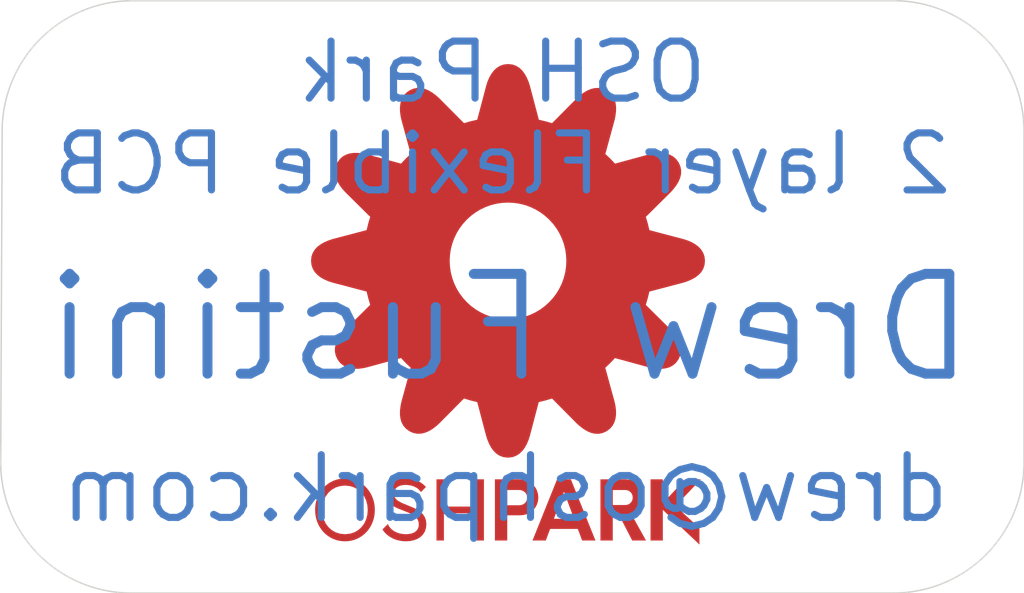
<source format=kicad_pcb>
(kicad_pcb (version 20190331) (host pcbnew "(5.1.0-373-ge808c7f95)")

  (general
    (thickness 1.6)
    (drawings 14)
    (tracks 0)
    (modules 2)
    (nets 1)
  )

  (page "A4")
  (layers
    (0 "F.Cu" signal)
    (31 "B.Cu" signal)
    (32 "B.Adhes" user)
    (33 "F.Adhes" user)
    (34 "B.Paste" user)
    (35 "F.Paste" user)
    (36 "B.SilkS" user)
    (37 "F.SilkS" user)
    (38 "B.Mask" user)
    (39 "F.Mask" user)
    (40 "Dwgs.User" user)
    (41 "Cmts.User" user)
    (42 "Eco1.User" user)
    (43 "Eco2.User" user)
    (44 "Edge.Cuts" user)
    (45 "Margin" user)
    (46 "B.CrtYd" user)
    (47 "F.CrtYd" user)
    (48 "B.Fab" user)
    (49 "F.Fab" user)
  )

  (setup
    (last_trace_width 0.25)
    (trace_clearance 0.2)
    (zone_clearance 0.508)
    (zone_45_only no)
    (trace_min 0.2)
    (via_size 0.8)
    (via_drill 0.4)
    (via_min_size 0.4)
    (via_min_drill 0.3)
    (uvia_size 0.3)
    (uvia_drill 0.1)
    (uvias_allowed no)
    (uvia_min_size 0.2)
    (uvia_min_drill 0.1)
    (edge_width 0.05)
    (segment_width 0.2)
    (pcb_text_width 0.3)
    (pcb_text_size 1.5 1.5)
    (mod_edge_width 0.12)
    (mod_text_size 1 1)
    (mod_text_width 0.15)
    (pad_size 1.524 1.524)
    (pad_drill 0.762)
    (pad_to_mask_clearance 0.051)
    (solder_mask_min_width 0.25)
    (aux_axis_origin 0 0)
    (visible_elements FFFFFF7F)
    (pcbplotparams
      (layerselection 0x010fc_ffffffff)
      (usegerberextensions false)
      (usegerberattributes false)
      (usegerberadvancedattributes false)
      (creategerberjobfile false)
      (excludeedgelayer true)
      (linewidth 0.100000)
      (plotframeref false)
      (viasonmask false)
      (mode 1)
      (useauxorigin false)
      (hpglpennumber 1)
      (hpglpenspeed 20)
      (hpglpendiameter 15.000000)
      (psnegative false)
      (psa4output false)
      (plotreference true)
      (plotvalue true)
      (plotinvisibletext false)
      (padsonsilk false)
      (subtractmaskfromsilk false)
      (outputformat 1)
      (mirror false)
      (drillshape 1)
      (scaleselection 1)
      (outputdirectory ""))
  )

  (net 0 "")

  (net_class "Default" "This is the default net class."
    (clearance 0.2)
    (trace_width 0.25)
    (via_dia 0.8)
    (via_drill 0.4)
    (uvia_dia 0.3)
    (uvia_drill 0.1)
  )

  (module "oshpark:OSH_small" (layer "F.Cu") (tedit 5D3E8195) (tstamp 5D3E8100)
    (at 144.4752 72.39)
    (descr "Imported from OSHPARK.svg")
    (tags "svg2mod")
    (attr smd)
    (fp_text reference "OSH_small" (at 0 -11.457835) (layer "F.SilkS") hide
      (effects (font (size 1.524 1.524) (thickness 0.3048)))
    )
    (fp_text value "G***" (at 0 11.457835) (layer "F.SilkS") hide
      (effects (font (size 1.524 1.524) (thickness 0.3048)))
    )
    (fp_poly (pts (xy 0.00118 -8.409695) (xy 0.00043 -3.623025) (xy 0.21316 -3.612325) (xy 0.41974 -3.580825)
      (xy 0.61914 -3.529525) (xy 0.81031 -3.459525) (xy 0.99219 -3.371925) (xy 1.16375 -3.267695)
      (xy 1.32394 -3.147905) (xy 1.4717 -3.013605) (xy 1.606 -2.865845) (xy 1.72579 -2.705655)
      (xy 1.83001 -2.534105) (xy 1.91761 -2.352215) (xy 1.98761 -2.161055) (xy 2.03891 -1.961655)
      (xy 2.07041 -1.755065) (xy 2.08111 -1.542335) (xy 2.07041 -1.329495) (xy 2.03891 -1.122805)
      (xy 1.98771 -0.923315) (xy 1.91781 -0.732055) (xy 1.83021 -0.550075) (xy 1.726 -0.378435)
      (xy 1.60622 -0.218175) (xy 1.47192 -0.070335) (xy 1.32415 0.064025) (xy 1.16396 0.183875)
      (xy 0.99238 0.288155) (xy 0.81047 0.375855) (xy 0.61928 0.445855) (xy 0.41984 0.497155)
      (xy 0.21321 0.528655) (xy 0.00043 0.539455) (xy -0.21235 0.528655) (xy -0.41897 0.497155)
      (xy -0.6184 0.445855) (xy -0.80958 0.375855) (xy -0.99147 0.288155) (xy -1.16302 0.183875)
      (xy -1.3232 0.064025) (xy -1.47095 -0.070335) (xy -1.60524 -0.218175) (xy -1.72501 -0.378435)
      (xy -1.82922 -0.550075) (xy -1.91682 -0.732055) (xy -1.98682 -0.923315) (xy -2.03812 -1.122805)
      (xy -2.06962 -1.329495) (xy -2.08032 -1.542335) (xy -2.06962 -1.755065) (xy -2.03812 -1.961655)
      (xy -1.98682 -2.161055) (xy -1.91682 -2.352215) (xy -1.82922 -2.534105) (xy -1.72501 -2.705655)
      (xy -1.60524 -2.865845) (xy -1.47095 -3.013605) (xy -1.3232 -3.147905) (xy -1.16302 -3.267695)
      (xy -0.99147 -3.371925) (xy -0.80958 -3.459525) (xy -0.6184 -3.529525) (xy -0.41897 -3.580825)
      (xy -0.21235 -3.612325) (xy 0.00043 -3.623025) (xy 0.00118 -8.409695) (xy -0.14129 -8.393995)
      (xy -0.2674 -8.349495) (xy -0.378 -8.279795) (xy -0.4739 -8.188495) (xy -0.556 -8.079355)
      (xy -0.6251 -7.956025) (xy -0.6821 -7.822195) (xy -0.7278 -7.681515) (xy -1.04856 -6.462625)
      (xy -1.30304 -6.403425) (xy -1.55293 -6.331225) (xy -2.43795 -7.223815) (xy -2.5541 -7.325575)
      (xy -2.67331 -7.414275) (xy -2.79523 -7.486675) (xy -2.91953 -7.539575) (xy -3.04586 -7.569675)
      (xy -3.17388 -7.573675) (xy -3.30323 -7.548275) (xy -3.43358 -7.490275) (xy -3.54913 -7.405275)
      (xy -3.63603 -7.303485) (xy -3.69693 -7.187695) (xy -3.73433 -7.060655) (xy -3.75073 -6.925095)
      (xy -3.74873 -6.783755) (xy -3.73103 -6.639375) (xy -3.70003 -6.494705) (xy -3.36893 -5.282225)
      (xy -3.55878 -5.102185) (xy -3.73879 -4.912505) (xy -4.95156 -5.242875) (xy -5.10317 -5.273475)
      (xy -5.25088 -5.290975) (xy -5.39277 -5.292975) (xy -5.5269 -5.276575) (xy -5.65135 -5.239375)
      (xy -5.76419 -5.178675) (xy -5.86349 -5.091975) (xy -5.94729 -4.976645) (xy -6.00489 -4.845335)
      (xy -6.02929 -4.713775) (xy -6.02429 -4.583095) (xy -5.99309 -4.454385) (xy -5.93949 -4.328745)
      (xy -5.86709 -4.207285) (xy -5.77959 -4.091105) (xy -5.68049 -3.981305) (xy -4.78848 -3.096875)
      (xy -4.86248 -2.846755) (xy -4.92388 -2.591195) (xy -6.13913 -2.271315) (xy -6.28557 -2.221815)
      (xy -6.42211 -2.163015) (xy -6.54579 -2.093715) (xy -6.65364 -2.012515) (xy -6.74264 -1.918115)
      (xy -6.80994 -1.809295) (xy -6.85244 -1.684715) (xy -6.86724 -1.543065) (xy -6.85154 -1.400675)
      (xy -6.80704 -1.274595) (xy -6.73724 -1.163985) (xy -6.64594 -1.068085) (xy -6.5368 -0.985985)
      (xy -6.41347 -0.916885) (xy -6.27964 -0.859985) (xy -6.13897 -0.814385) (xy -4.92372 -0.494365)
      (xy -4.86232 -0.239235) (xy -4.78842 0.010885) (xy -5.68043 0.895605) (xy -5.78261 1.011585)
      (xy -5.87161 1.130695) (xy -5.94411 1.252585) (xy -5.99701 1.376885) (xy -6.02701 1.503265)
      (xy -6.03101 1.631355) (xy -6.00551 1.760795) (xy -5.94741 1.891235) (xy -5.86251 2.006695)
      (xy -5.76079 2.093495) (xy -5.64502 2.154295) (xy -5.51794 2.191595) (xy -5.38232 2.207995)
      (xy -5.24091 2.205995) (xy -5.09648 2.188395) (xy -4.95178 2.157595) (xy -3.73916 1.826495)
      (xy -3.55915 2.015885) (xy -3.36929 2.196065) (xy -3.70039 3.409125) (xy -3.73109 3.560565)
      (xy -3.74869 3.708175) (xy -3.75069 3.850005) (xy -3.73429 3.984105) (xy -3.69709 4.108515)
      (xy -3.63639 4.221295) (xy -3.54959 4.320495) (xy -3.43416 4.404195) (xy -3.30285 4.461895)
      (xy -3.17132 4.486395) (xy -3.04066 4.481395) (xy -2.91197 4.450195) (xy -2.78636 4.396595)
      (xy -2.66492 4.324295) (xy -2.54876 4.236795) (xy -2.43897 4.137795) (xy -1.55409 3.245195)
      (xy -1.30401 3.319295) (xy -1.0487 3.380995) (xy -0.72882 4.596245) (xy -0.67942 4.742405)
      (xy -0.62072 4.878745) (xy -0.55142 5.002265) (xy -0.47012 5.110005) (xy -0.37562 5.199005)
      (xy -0.26663 5.266305) (xy -0.14183 5.308805) (xy 0.0001 5.323605) (xy 0.1423 5.307905)
      (xy 0.26821 5.263405) (xy 0.37868 5.193705) (xy 0.47448 5.102505) (xy 0.55658 4.993495)
      (xy 0.62568 4.870315) (xy 0.68268 4.736655) (xy 0.72838 4.596185) (xy 1.04825 3.380645)
      (xy 1.30343 3.319445) (xy 1.55379 3.245445) (xy 2.43852 4.137905) (xy 2.55442 4.240085)
      (xy 2.67348 4.329085) (xy 2.79535 4.401685) (xy 2.91965 4.454585) (xy 3.04602 4.484585)
      (xy 3.17409 4.488585) (xy 3.30349 4.462985) (xy 3.43386 4.404785) (xy 3.5493 4.319985)
      (xy 3.6361 4.218365) (xy 3.6969 4.102685) (xy 3.7342 3.975695) (xy 3.7507 3.840155)
      (xy 3.7487 3.698805) (xy 3.7312 3.554415) (xy 3.7006 3.409725) (xy 3.36921 2.196675)
      (xy 3.55866 2.016495) (xy 3.73849 1.827095) (xy 4.95155 2.158195) (xy 5.10316 2.188595)
      (xy 5.25086 2.205995) (xy 5.39274 2.207995) (xy 5.52685 2.191495) (xy 5.65126 2.154195)
      (xy 5.76405 2.093495) (xy 5.86325 2.006695) (xy 5.94695 1.891265) (xy 6.00455 1.759975)
      (xy 6.02895 1.628485) (xy 6.02395 1.497875) (xy 5.99275 1.369255) (xy 5.93915 1.243685)
      (xy 5.86685 1.122265) (xy 5.77935 1.006085) (xy 5.68035 0.896225) (xy 4.78804 0.011495)
      (xy 4.86214 -0.238625) (xy 4.92344 -0.493755) (xy 6.13868 -0.813785) (xy 6.28522 -0.863185)
      (xy 6.42183 -0.921885) (xy 6.54556 -0.991285) (xy 6.65344 -1.072585) (xy 6.74254 -1.167085)
      (xy 6.80984 -1.276075) (xy 6.85244 -1.400845) (xy 6.86724 -1.542705) (xy 6.85194 -1.684715)
      (xy 6.80764 -1.810495) (xy 6.73804 -1.920855) (xy 6.64694 -2.016655) (xy 6.53789 -2.098655)
      (xy 6.41461 -2.167755) (xy 6.2808 -2.224755) (xy 6.14013 -2.270455) (xy 4.92488 -2.590335)
      (xy 4.86358 -2.845855) (xy 4.78948 -3.095735) (xy 5.68179 -3.980895) (xy 5.78395 -4.096695)
      (xy 5.87285 -4.215675) (xy 5.94535 -4.337485) (xy 5.99815 -4.461745) (xy 6.02805 -4.588095)
      (xy 6.03205 -4.716185) (xy 6.00655 -4.845635) (xy 5.94845 -4.976085) (xy 5.86365 -5.091375)
      (xy 5.76206 -5.178075) (xy 5.64641 -5.238875) (xy 5.51943 -5.276175) (xy 5.38387 -5.292675)
      (xy 5.24246 -5.290675) (xy 5.09796 -5.273075) (xy 4.9531 -5.242275) (xy 3.74019 -4.911755)
      (xy 3.5604 -5.101105) (xy 3.3712 -5.281035) (xy 3.70215 -6.493945) (xy 3.73265 -6.645465)
      (xy 3.75005 -6.793085) (xy 3.75205 -6.934915) (xy 3.73565 -7.069005) (xy 3.69835 -7.193445)
      (xy 3.63755 -7.306295) (xy 3.55075 -7.405695) (xy 3.43522 -7.489595) (xy 3.30408 -7.547095)
      (xy 3.17265 -7.571395) (xy 3.04204 -7.566395) (xy 2.91335 -7.535095) (xy 2.78769 -7.481395)
      (xy 2.66618 -7.408995) (xy 2.54992 -7.321595) (xy 2.44003 -7.222795) (xy 1.55545 -6.330485)
      (xy 1.30598 -6.402785) (xy 1.05107 -6.462485) (xy 0.73018 -7.681375) (xy 0.68058 -7.827915)
      (xy 0.62168 -7.964525) (xy 0.55228 -8.088255) (xy 0.47098 -8.196135) (xy 0.37658 -8.285235)
      (xy 0.2677 -8.352535) (xy 0.14304 -8.395035) (xy 0.0013 -8.409835) (xy 0.00118 -8.409695)) (layer "F.Cu") (width 0.073847))
    (fp_poly (pts (xy -5.71389 8.295375) (xy -5.71389 8.046425) (xy -5.88469 8.029425) (xy -6.03947 7.980425)
      (xy -6.17614 7.902625) (xy -6.29262 7.799265) (xy -6.38682 7.673515) (xy -6.45672 7.528545)
      (xy -6.50022 7.367545) (xy -6.51512 7.193705) (xy -6.50022 7.019865) (xy -6.45672 6.858865)
      (xy -6.38682 6.713895) (xy -6.29262 6.588145) (xy -6.17614 6.484785) (xy -6.03947 6.406985)
      (xy -5.88469 6.357985) (xy -5.71389 6.340985) (xy -5.54238 6.357985) (xy -5.38754 6.406985)
      (xy -5.25128 6.484785) (xy -5.13551 6.588145) (xy -5.04211 6.713895) (xy -4.97301 6.858865)
      (xy -4.93021 7.019865) (xy -4.91551 7.193705) (xy -4.93021 7.367545) (xy -4.97301 7.528545)
      (xy -5.04211 7.673515) (xy -5.13551 7.799265) (xy -5.25128 7.902625) (xy -5.38754 7.980425)
      (xy -5.54238 8.029425) (xy -5.71389 8.046425) (xy -5.71389 8.295375) (xy -5.60215 8.289375)
      (xy -5.49471 8.272675) (xy -5.39197 8.245575) (xy -5.29437 8.208575) (xy -5.20217 8.162275)
      (xy -5.11587 8.107175) (xy -5.03597 8.043775) (xy -4.96277 7.972775) (xy -4.89667 7.894575)
      (xy -4.83807 7.809775) (xy -4.78737 7.718975) (xy -4.74497 7.622675) (xy -4.71127 7.521405)
      (xy -4.68667 7.415745) (xy -4.67167 7.306225) (xy -4.66667 7.193415) (xy -4.67167 7.080595)
      (xy -4.68667 6.971085) (xy -4.71127 6.865415) (xy -4.74497 6.764145) (xy -4.78737 6.667845)
      (xy -4.83807 6.577045) (xy -4.89667 6.492245) (xy -4.96277 6.414045) (xy -5.03597 6.342945)
      (xy -5.11587 6.279545) (xy -5.20217 6.224445) (xy -5.29437 6.178145) (xy -5.39197 6.141145)
      (xy -5.49471 6.114045) (xy -5.60215 6.097345) (xy -5.71389 6.091345) (xy -5.82609 6.097345)
      (xy -5.93388 6.114045) (xy -6.03687 6.141145) (xy -6.13467 6.178145) (xy -6.22687 6.224445)
      (xy -6.31307 6.279545) (xy -6.39297 6.342945) (xy -6.46607 6.414045) (xy -6.53207 6.492245)
      (xy -6.59047 6.577045) (xy -6.64097 6.667845) (xy -6.68317 6.764145) (xy -6.71667 6.865415)
      (xy -6.74107 6.971085) (xy -6.75597 7.080595) (xy -6.76097 7.193415) (xy -6.75597 7.306225)
      (xy -6.74107 7.415745) (xy -6.71667 7.521405) (xy -6.68317 7.622675) (xy -6.64097 7.718975)
      (xy -6.59047 7.809775) (xy -6.53207 7.894575) (xy -6.46607 7.972775) (xy -6.39297 8.043775)
      (xy -6.31307 8.107175) (xy -6.22687 8.162275) (xy -6.13467 8.208575) (xy -6.03687 8.245575)
      (xy -5.93388 8.272675) (xy -5.82609 8.289375) (xy -5.71389 8.295375)) (layer "F.Cu") (width 0))
    (fp_poly (pts (xy -3.5907 8.295375) (xy -3.44187 8.286375) (xy -3.30406 8.258975) (xy -3.18001 8.212975)
      (xy -3.07241 8.147975) (xy -2.98401 8.063675) (xy -2.91751 7.959725) (xy -2.87561 7.835805)
      (xy -2.86101 7.691555) (xy -2.87691 7.552235) (xy -2.92141 7.434915) (xy -2.98981 7.336615)
      (xy -3.07751 7.254415) (xy -3.17982 7.185415) (xy -3.29208 7.126615) (xy -3.52784 7.027715)
      (xy -3.70664 6.955515) (xy -3.85727 6.872815) (xy -3.91627 6.823915) (xy -3.96127 6.768115)
      (xy -3.98997 6.703915) (xy -4.00007 6.629915) (xy -3.99207 6.554915) (xy -3.96807 6.490615)
      (xy -3.93017 6.436915) (xy -3.88027 6.393515) (xy -3.82017 6.360115) (xy -3.75177 6.336615)
      (xy -3.67677 6.322615) (xy -3.59697 6.317615) (xy -3.50107 6.322615) (xy -3.41297 6.336315)
      (xy -3.33277 6.358215) (xy -3.26037 6.387715) (xy -3.19597 6.424015) (xy -3.13947 6.466415)
      (xy -3.05047 6.566885) (xy -2.87592 6.389475) (xy -2.93462 6.327375) (xy -3.00322 6.270575)
      (xy -3.08132 6.219875) (xy -3.16862 6.176275) (xy -3.26472 6.140775) (xy -3.36936 6.114275)
      (xy -3.48217 6.097675) (xy -3.60284 6.091675) (xy -3.73476 6.100675) (xy -3.85823 6.127675)
      (xy -3.97043 6.172275) (xy -4.06853 6.234275) (xy -4.14973 6.313275) (xy -4.21123 6.408975)
      (xy -4.25023 6.521165) (xy -4.26383 6.649475) (xy -4.24983 6.769025) (xy -4.21043 6.869725)
      (xy -4.14943 6.954225) (xy -4.07063 7.025125) (xy -3.97793 7.085025) (xy -3.87509 7.136525)
      (xy -3.6543 7.224725) (xy -3.4565 7.304325) (xy -3.3666 7.348925) (xy -3.2866 7.399625)
      (xy -3.2195 7.458525) (xy -3.1682 7.527725) (xy -3.1357 7.609325) (xy -3.1249 7.705425)
      (xy -3.1349 7.789025) (xy -3.1618 7.860025) (xy -3.2038 7.918825) (xy -3.2593 7.965825)
      (xy -3.3266 8.001625) (xy -3.404 8.026625) (xy -3.4899 8.041225) (xy -3.5826 8.046225)
      (xy -3.69075 8.039225) (xy -3.79323 8.020125) (xy -3.88863 7.989225) (xy -3.97563 7.947425)
      (xy -4.05283 7.895625) (xy -4.11893 7.834625) (xy -4.17243 7.765125) (xy -4.21203 7.688125)
      (xy -4.40088 7.879845) (xy -4.33778 7.967545) (xy -4.26108 8.047345) (xy -4.17208 8.118045)
      (xy -4.07218 8.178545) (xy -3.96276 8.227645) (xy -3.84518 8.264145) (xy -3.72084 8.286945)
      (xy -3.59109 8.294945) (xy -3.5907 8.295375)) (layer "F.Cu") (width 0))
    (fp_poly (pts (xy -1.10433 6.120635) (xy -1.10433 7.076375) (xy -2.24607 7.076375) (xy -2.24607 6.120635)
      (xy -2.50646 6.120635) (xy -2.50646 8.266755) (xy -2.24607 8.266755) (xy -2.24607 7.311015)
      (xy -1.10433 7.311015) (xy -1.10433 8.266755) (xy -0.84394 8.266755) (xy -0.84394 6.120635)
      (xy -1.10433 6.120635)) (layer "F.Cu") (width 0))
    (fp_poly (pts (xy 0.42791 6.120635) (xy -0.02711 6.495535) (xy 0.38781 6.495535) (xy 0.44521 6.500535)
      (xy 0.49851 6.515035) (xy 0.54661 6.538335) (xy 0.58851 6.569635) (xy 0.62301 6.608335)
      (xy 0.64901 6.653735) (xy 0.66541 6.705135) (xy 0.67141 6.761735) (xy 0.66541 6.820135)
      (xy 0.64901 6.872535) (xy 0.62301 6.918535) (xy 0.58851 6.957435) (xy 0.54661 6.988635)
      (xy 0.49851 7.011635) (xy 0.44521 7.025835) (xy 0.38781 7.030835) (xy 0.38781 7.030635)
      (xy -0.02711 7.030635) (xy -0.02711 6.495535) (xy 0.42791 6.120635) (xy -0.45915 6.120635)
      (xy -0.45915 8.266755) (xy -0.02707 8.266755) (xy -0.02707 7.382555) (xy 0.42791 7.382555)
      (xy 0.5579 7.370355) (xy 0.67807 7.335055) (xy 0.78609 7.278855) (xy 0.87969 7.203855)
      (xy 0.95649 7.112155) (xy 1.01419 7.006005) (xy 1.05049 6.887525) (xy 1.06309 6.758845)
      (xy 1.05049 6.630375) (xy 1.01419 6.510655) (xy 0.95649 6.402275) (xy 0.87969 6.307775)
      (xy 0.78609 6.229775) (xy 0.67807 6.170875) (xy 0.5579 6.133675) (xy 0.42791 6.120675)
      (xy 0.42791 6.120635)) (layer "F.Cu") (width 0))
    (fp_poly (pts (xy 2.59844 8.266755) (xy 1.96319 6.558445) (xy 2.31515 7.505595) (xy 1.60836 7.505595)
      (xy 1.96319 6.558445) (xy 2.59844 8.266755) (xy 3.06487 8.266755) (xy 2.20355 6.120635)
      (xy 1.71996 6.120635) (xy 0.85865 8.266755) (xy 1.32508 8.266755) (xy 1.47674 7.860425)
      (xy 2.44678 7.860425) (xy 2.59844 8.266755)) (layer "F.Cu") (width 0))
    (fp_poly (pts (xy 4.31659 7.328185) (xy 4.11009 7.022185) (xy 3.67228 7.022185) (xy 3.67228 6.495675)
      (xy 4.11009 6.495675) (xy 4.16319 6.500675) (xy 4.21239 6.515675) (xy 4.25669 6.539575)
      (xy 4.29509 6.571375) (xy 4.32669 6.610075) (xy 4.35039 6.654875) (xy 4.36539 6.704775)
      (xy 4.37039 6.758775) (xy 4.36539 6.812775) (xy 4.35069 6.862675) (xy 4.32729 6.907475)
      (xy 4.29609 6.946175) (xy 4.25789 6.977975) (xy 4.21359 7.001875) (xy 4.16399 7.016875)
      (xy 4.11009 7.021875) (xy 4.11009 7.022185) (xy 4.31659 7.328185) (xy 4.41049 7.296585)
      (xy 4.49619 7.251785) (xy 4.57229 7.194785) (xy 4.63749 7.126585) (xy 4.69049 7.048185)
      (xy 4.72989 6.960585) (xy 4.75449 6.864785) (xy 4.76249 6.761805) (xy 4.74979 6.631575)
      (xy 4.71319 6.510755) (xy 4.65509 6.401815) (xy 4.57799 6.307215) (xy 4.48419 6.229415)
      (xy 4.37621 6.170715) (xy 4.25643 6.133715) (xy 4.12726 6.120815) (xy 3.2402 6.120815)
      (xy 3.2402 8.266935) (xy 3.67228 8.266935) (xy 3.67228 7.356985) (xy 3.88403 7.356985)
      (xy 4.35332 8.266935) (xy 4.83691 8.266935) (xy 4.31612 7.328365) (xy 4.31659 7.328185)) (layer "F.Cu") (width 0))
    (fp_poly (pts (xy 6.76111 6.120635) (xy 6.20884 6.120635) (xy 5.42765 6.959055) (xy 5.42765 6.120635)
      (xy 4.99557 6.120635) (xy 4.99557 8.266755) (xy 5.42765 8.266755) (xy 5.42765 7.193695)
      (xy 6.7096 8.409835) (xy 6.7096 7.831805) (xy 5.87118 7.056345) (xy 6.76111 6.120635)) (layer "F.Cu") (width 0))
  )

  (module "oshpark:OSH_small" (layer "F.Cu") (tedit 5CD3FE0B) (tstamp 5CD2DF1C)
    (at 144.4752 72.39)
    (descr "Imported from OSHPARK.svg")
    (tags "svg2mod")
    (attr smd)
    (fp_text reference "OSH_small" (at 0 -11.457835) (layer "F.SilkS") hide
      (effects (font (size 1.524 1.524) (thickness 0.3048)))
    )
    (fp_text value "G***" (at 0 11.457835) (layer "F.SilkS") hide
      (effects (font (size 1.524 1.524) (thickness 0.3048)))
    )
    (fp_poly (pts (xy 6.76111 6.120635) (xy 6.20884 6.120635) (xy 5.42765 6.959055) (xy 5.42765 6.120635)
      (xy 4.99557 6.120635) (xy 4.99557 8.266755) (xy 5.42765 8.266755) (xy 5.42765 7.193695)
      (xy 6.7096 8.409835) (xy 6.7096 7.831805) (xy 5.87118 7.056345) (xy 6.76111 6.120635)) (layer "F.Mask") (width 0))
    (fp_poly (pts (xy 4.31659 7.328185) (xy 4.11009 7.022185) (xy 3.67228 7.022185) (xy 3.67228 6.495675)
      (xy 4.11009 6.495675) (xy 4.16319 6.500675) (xy 4.21239 6.515675) (xy 4.25669 6.539575)
      (xy 4.29509 6.571375) (xy 4.32669 6.610075) (xy 4.35039 6.654875) (xy 4.36539 6.704775)
      (xy 4.37039 6.758775) (xy 4.36539 6.812775) (xy 4.35069 6.862675) (xy 4.32729 6.907475)
      (xy 4.29609 6.946175) (xy 4.25789 6.977975) (xy 4.21359 7.001875) (xy 4.16399 7.016875)
      (xy 4.11009 7.021875) (xy 4.11009 7.022185) (xy 4.31659 7.328185) (xy 4.41049 7.296585)
      (xy 4.49619 7.251785) (xy 4.57229 7.194785) (xy 4.63749 7.126585) (xy 4.69049 7.048185)
      (xy 4.72989 6.960585) (xy 4.75449 6.864785) (xy 4.76249 6.761805) (xy 4.74979 6.631575)
      (xy 4.71319 6.510755) (xy 4.65509 6.401815) (xy 4.57799 6.307215) (xy 4.48419 6.229415)
      (xy 4.37621 6.170715) (xy 4.25643 6.133715) (xy 4.12726 6.120815) (xy 3.2402 6.120815)
      (xy 3.2402 8.266935) (xy 3.67228 8.266935) (xy 3.67228 7.356985) (xy 3.88403 7.356985)
      (xy 4.35332 8.266935) (xy 4.83691 8.266935) (xy 4.31612 7.328365) (xy 4.31659 7.328185)) (layer "F.Mask") (width 0))
    (fp_poly (pts (xy 2.59844 8.266755) (xy 1.96319 6.558445) (xy 2.31515 7.505595) (xy 1.60836 7.505595)
      (xy 1.96319 6.558445) (xy 2.59844 8.266755) (xy 3.06487 8.266755) (xy 2.20355 6.120635)
      (xy 1.71996 6.120635) (xy 0.85865 8.266755) (xy 1.32508 8.266755) (xy 1.47674 7.860425)
      (xy 2.44678 7.860425) (xy 2.59844 8.266755)) (layer "F.Mask") (width 0))
    (fp_poly (pts (xy 0.42791 6.120635) (xy -0.02711 6.495535) (xy 0.38781 6.495535) (xy 0.44521 6.500535)
      (xy 0.49851 6.515035) (xy 0.54661 6.538335) (xy 0.58851 6.569635) (xy 0.62301 6.608335)
      (xy 0.64901 6.653735) (xy 0.66541 6.705135) (xy 0.67141 6.761735) (xy 0.66541 6.820135)
      (xy 0.64901 6.872535) (xy 0.62301 6.918535) (xy 0.58851 6.957435) (xy 0.54661 6.988635)
      (xy 0.49851 7.011635) (xy 0.44521 7.025835) (xy 0.38781 7.030835) (xy 0.38781 7.030635)
      (xy -0.02711 7.030635) (xy -0.02711 6.495535) (xy 0.42791 6.120635) (xy -0.45915 6.120635)
      (xy -0.45915 8.266755) (xy -0.02707 8.266755) (xy -0.02707 7.382555) (xy 0.42791 7.382555)
      (xy 0.5579 7.370355) (xy 0.67807 7.335055) (xy 0.78609 7.278855) (xy 0.87969 7.203855)
      (xy 0.95649 7.112155) (xy 1.01419 7.006005) (xy 1.05049 6.887525) (xy 1.06309 6.758845)
      (xy 1.05049 6.630375) (xy 1.01419 6.510655) (xy 0.95649 6.402275) (xy 0.87969 6.307775)
      (xy 0.78609 6.229775) (xy 0.67807 6.170875) (xy 0.5579 6.133675) (xy 0.42791 6.120675)
      (xy 0.42791 6.120635)) (layer "F.Mask") (width 0))
    (fp_poly (pts (xy -1.10433 6.120635) (xy -1.10433 7.076375) (xy -2.24607 7.076375) (xy -2.24607 6.120635)
      (xy -2.50646 6.120635) (xy -2.50646 8.266755) (xy -2.24607 8.266755) (xy -2.24607 7.311015)
      (xy -1.10433 7.311015) (xy -1.10433 8.266755) (xy -0.84394 8.266755) (xy -0.84394 6.120635)
      (xy -1.10433 6.120635)) (layer "F.Mask") (width 0))
    (fp_poly (pts (xy -3.5907 8.295375) (xy -3.44187 8.286375) (xy -3.30406 8.258975) (xy -3.18001 8.212975)
      (xy -3.07241 8.147975) (xy -2.98401 8.063675) (xy -2.91751 7.959725) (xy -2.87561 7.835805)
      (xy -2.86101 7.691555) (xy -2.87691 7.552235) (xy -2.92141 7.434915) (xy -2.98981 7.336615)
      (xy -3.07751 7.254415) (xy -3.17982 7.185415) (xy -3.29208 7.126615) (xy -3.52784 7.027715)
      (xy -3.70664 6.955515) (xy -3.85727 6.872815) (xy -3.91627 6.823915) (xy -3.96127 6.768115)
      (xy -3.98997 6.703915) (xy -4.00007 6.629915) (xy -3.99207 6.554915) (xy -3.96807 6.490615)
      (xy -3.93017 6.436915) (xy -3.88027 6.393515) (xy -3.82017 6.360115) (xy -3.75177 6.336615)
      (xy -3.67677 6.322615) (xy -3.59697 6.317615) (xy -3.50107 6.322615) (xy -3.41297 6.336315)
      (xy -3.33277 6.358215) (xy -3.26037 6.387715) (xy -3.19597 6.424015) (xy -3.13947 6.466415)
      (xy -3.05047 6.566885) (xy -2.87592 6.389475) (xy -2.93462 6.327375) (xy -3.00322 6.270575)
      (xy -3.08132 6.219875) (xy -3.16862 6.176275) (xy -3.26472 6.140775) (xy -3.36936 6.114275)
      (xy -3.48217 6.097675) (xy -3.60284 6.091675) (xy -3.73476 6.100675) (xy -3.85823 6.127675)
      (xy -3.97043 6.172275) (xy -4.06853 6.234275) (xy -4.14973 6.313275) (xy -4.21123 6.408975)
      (xy -4.25023 6.521165) (xy -4.26383 6.649475) (xy -4.24983 6.769025) (xy -4.21043 6.869725)
      (xy -4.14943 6.954225) (xy -4.07063 7.025125) (xy -3.97793 7.085025) (xy -3.87509 7.136525)
      (xy -3.6543 7.224725) (xy -3.4565 7.304325) (xy -3.3666 7.348925) (xy -3.2866 7.399625)
      (xy -3.2195 7.458525) (xy -3.1682 7.527725) (xy -3.1357 7.609325) (xy -3.1249 7.705425)
      (xy -3.1349 7.789025) (xy -3.1618 7.860025) (xy -3.2038 7.918825) (xy -3.2593 7.965825)
      (xy -3.3266 8.001625) (xy -3.404 8.026625) (xy -3.4899 8.041225) (xy -3.5826 8.046225)
      (xy -3.69075 8.039225) (xy -3.79323 8.020125) (xy -3.88863 7.989225) (xy -3.97563 7.947425)
      (xy -4.05283 7.895625) (xy -4.11893 7.834625) (xy -4.17243 7.765125) (xy -4.21203 7.688125)
      (xy -4.40088 7.879845) (xy -4.33778 7.967545) (xy -4.26108 8.047345) (xy -4.17208 8.118045)
      (xy -4.07218 8.178545) (xy -3.96276 8.227645) (xy -3.84518 8.264145) (xy -3.72084 8.286945)
      (xy -3.59109 8.294945) (xy -3.5907 8.295375)) (layer "F.Mask") (width 0))
    (fp_poly (pts (xy -5.71389 8.295375) (xy -5.71389 8.046425) (xy -5.88469 8.029425) (xy -6.03947 7.980425)
      (xy -6.17614 7.902625) (xy -6.29262 7.799265) (xy -6.38682 7.673515) (xy -6.45672 7.528545)
      (xy -6.50022 7.367545) (xy -6.51512 7.193705) (xy -6.50022 7.019865) (xy -6.45672 6.858865)
      (xy -6.38682 6.713895) (xy -6.29262 6.588145) (xy -6.17614 6.484785) (xy -6.03947 6.406985)
      (xy -5.88469 6.357985) (xy -5.71389 6.340985) (xy -5.54238 6.357985) (xy -5.38754 6.406985)
      (xy -5.25128 6.484785) (xy -5.13551 6.588145) (xy -5.04211 6.713895) (xy -4.97301 6.858865)
      (xy -4.93021 7.019865) (xy -4.91551 7.193705) (xy -4.93021 7.367545) (xy -4.97301 7.528545)
      (xy -5.04211 7.673515) (xy -5.13551 7.799265) (xy -5.25128 7.902625) (xy -5.38754 7.980425)
      (xy -5.54238 8.029425) (xy -5.71389 8.046425) (xy -5.71389 8.295375) (xy -5.60215 8.289375)
      (xy -5.49471 8.272675) (xy -5.39197 8.245575) (xy -5.29437 8.208575) (xy -5.20217 8.162275)
      (xy -5.11587 8.107175) (xy -5.03597 8.043775) (xy -4.96277 7.972775) (xy -4.89667 7.894575)
      (xy -4.83807 7.809775) (xy -4.78737 7.718975) (xy -4.74497 7.622675) (xy -4.71127 7.521405)
      (xy -4.68667 7.415745) (xy -4.67167 7.306225) (xy -4.66667 7.193415) (xy -4.67167 7.080595)
      (xy -4.68667 6.971085) (xy -4.71127 6.865415) (xy -4.74497 6.764145) (xy -4.78737 6.667845)
      (xy -4.83807 6.577045) (xy -4.89667 6.492245) (xy -4.96277 6.414045) (xy -5.03597 6.342945)
      (xy -5.11587 6.279545) (xy -5.20217 6.224445) (xy -5.29437 6.178145) (xy -5.39197 6.141145)
      (xy -5.49471 6.114045) (xy -5.60215 6.097345) (xy -5.71389 6.091345) (xy -5.82609 6.097345)
      (xy -5.93388 6.114045) (xy -6.03687 6.141145) (xy -6.13467 6.178145) (xy -6.22687 6.224445)
      (xy -6.31307 6.279545) (xy -6.39297 6.342945) (xy -6.46607 6.414045) (xy -6.53207 6.492245)
      (xy -6.59047 6.577045) (xy -6.64097 6.667845) (xy -6.68317 6.764145) (xy -6.71667 6.865415)
      (xy -6.74107 6.971085) (xy -6.75597 7.080595) (xy -6.76097 7.193415) (xy -6.75597 7.306225)
      (xy -6.74107 7.415745) (xy -6.71667 7.521405) (xy -6.68317 7.622675) (xy -6.64097 7.718975)
      (xy -6.59047 7.809775) (xy -6.53207 7.894575) (xy -6.46607 7.972775) (xy -6.39297 8.043775)
      (xy -6.31307 8.107175) (xy -6.22687 8.162275) (xy -6.13467 8.208575) (xy -6.03687 8.245575)
      (xy -5.93388 8.272675) (xy -5.82609 8.289375) (xy -5.71389 8.295375)) (layer "F.Mask") (width 0))
    (fp_poly (pts (xy 0.00118 -8.409695) (xy 0.00043 -3.623025) (xy 0.21316 -3.612325) (xy 0.41974 -3.580825)
      (xy 0.61914 -3.529525) (xy 0.81031 -3.459525) (xy 0.99219 -3.371925) (xy 1.16375 -3.267695)
      (xy 1.32394 -3.147905) (xy 1.4717 -3.013605) (xy 1.606 -2.865845) (xy 1.72579 -2.705655)
      (xy 1.83001 -2.534105) (xy 1.91761 -2.352215) (xy 1.98761 -2.161055) (xy 2.03891 -1.961655)
      (xy 2.07041 -1.755065) (xy 2.08111 -1.542335) (xy 2.07041 -1.329495) (xy 2.03891 -1.122805)
      (xy 1.98771 -0.923315) (xy 1.91781 -0.732055) (xy 1.83021 -0.550075) (xy 1.726 -0.378435)
      (xy 1.60622 -0.218175) (xy 1.47192 -0.070335) (xy 1.32415 0.064025) (xy 1.16396 0.183875)
      (xy 0.99238 0.288155) (xy 0.81047 0.375855) (xy 0.61928 0.445855) (xy 0.41984 0.497155)
      (xy 0.21321 0.528655) (xy 0.00043 0.539455) (xy -0.21235 0.528655) (xy -0.41897 0.497155)
      (xy -0.6184 0.445855) (xy -0.80958 0.375855) (xy -0.99147 0.288155) (xy -1.16302 0.183875)
      (xy -1.3232 0.064025) (xy -1.47095 -0.070335) (xy -1.60524 -0.218175) (xy -1.72501 -0.378435)
      (xy -1.82922 -0.550075) (xy -1.91682 -0.732055) (xy -1.98682 -0.923315) (xy -2.03812 -1.122805)
      (xy -2.06962 -1.329495) (xy -2.08032 -1.542335) (xy -2.06962 -1.755065) (xy -2.03812 -1.961655)
      (xy -1.98682 -2.161055) (xy -1.91682 -2.352215) (xy -1.82922 -2.534105) (xy -1.72501 -2.705655)
      (xy -1.60524 -2.865845) (xy -1.47095 -3.013605) (xy -1.3232 -3.147905) (xy -1.16302 -3.267695)
      (xy -0.99147 -3.371925) (xy -0.80958 -3.459525) (xy -0.6184 -3.529525) (xy -0.41897 -3.580825)
      (xy -0.21235 -3.612325) (xy 0.00043 -3.623025) (xy 0.00118 -8.409695) (xy -0.14129 -8.393995)
      (xy -0.2674 -8.349495) (xy -0.378 -8.279795) (xy -0.4739 -8.188495) (xy -0.556 -8.079355)
      (xy -0.6251 -7.956025) (xy -0.6821 -7.822195) (xy -0.7278 -7.681515) (xy -1.04856 -6.462625)
      (xy -1.30304 -6.403425) (xy -1.55293 -6.331225) (xy -2.43795 -7.223815) (xy -2.5541 -7.325575)
      (xy -2.67331 -7.414275) (xy -2.79523 -7.486675) (xy -2.91953 -7.539575) (xy -3.04586 -7.569675)
      (xy -3.17388 -7.573675) (xy -3.30323 -7.548275) (xy -3.43358 -7.490275) (xy -3.54913 -7.405275)
      (xy -3.63603 -7.303485) (xy -3.69693 -7.187695) (xy -3.73433 -7.060655) (xy -3.75073 -6.925095)
      (xy -3.74873 -6.783755) (xy -3.73103 -6.639375) (xy -3.70003 -6.494705) (xy -3.36893 -5.282225)
      (xy -3.55878 -5.102185) (xy -3.73879 -4.912505) (xy -4.95156 -5.242875) (xy -5.10317 -5.273475)
      (xy -5.25088 -5.290975) (xy -5.39277 -5.292975) (xy -5.5269 -5.276575) (xy -5.65135 -5.239375)
      (xy -5.76419 -5.178675) (xy -5.86349 -5.091975) (xy -5.94729 -4.976645) (xy -6.00489 -4.845335)
      (xy -6.02929 -4.713775) (xy -6.02429 -4.583095) (xy -5.99309 -4.454385) (xy -5.93949 -4.328745)
      (xy -5.86709 -4.207285) (xy -5.77959 -4.091105) (xy -5.68049 -3.981305) (xy -4.78848 -3.096875)
      (xy -4.86248 -2.846755) (xy -4.92388 -2.591195) (xy -6.13913 -2.271315) (xy -6.28557 -2.221815)
      (xy -6.42211 -2.163015) (xy -6.54579 -2.093715) (xy -6.65364 -2.012515) (xy -6.74264 -1.918115)
      (xy -6.80994 -1.809295) (xy -6.85244 -1.684715) (xy -6.86724 -1.543065) (xy -6.85154 -1.400675)
      (xy -6.80704 -1.274595) (xy -6.73724 -1.163985) (xy -6.64594 -1.068085) (xy -6.5368 -0.985985)
      (xy -6.41347 -0.916885) (xy -6.27964 -0.859985) (xy -6.13897 -0.814385) (xy -4.92372 -0.494365)
      (xy -4.86232 -0.239235) (xy -4.78842 0.010885) (xy -5.68043 0.895605) (xy -5.78261 1.011585)
      (xy -5.87161 1.130695) (xy -5.94411 1.252585) (xy -5.99701 1.376885) (xy -6.02701 1.503265)
      (xy -6.03101 1.631355) (xy -6.00551 1.760795) (xy -5.94741 1.891235) (xy -5.86251 2.006695)
      (xy -5.76079 2.093495) (xy -5.64502 2.154295) (xy -5.51794 2.191595) (xy -5.38232 2.207995)
      (xy -5.24091 2.205995) (xy -5.09648 2.188395) (xy -4.95178 2.157595) (xy -3.73916 1.826495)
      (xy -3.55915 2.015885) (xy -3.36929 2.196065) (xy -3.70039 3.409125) (xy -3.73109 3.560565)
      (xy -3.74869 3.708175) (xy -3.75069 3.850005) (xy -3.73429 3.984105) (xy -3.69709 4.108515)
      (xy -3.63639 4.221295) (xy -3.54959 4.320495) (xy -3.43416 4.404195) (xy -3.30285 4.461895)
      (xy -3.17132 4.486395) (xy -3.04066 4.481395) (xy -2.91197 4.450195) (xy -2.78636 4.396595)
      (xy -2.66492 4.324295) (xy -2.54876 4.236795) (xy -2.43897 4.137795) (xy -1.55409 3.245195)
      (xy -1.30401 3.319295) (xy -1.0487 3.380995) (xy -0.72882 4.596245) (xy -0.67942 4.742405)
      (xy -0.62072 4.878745) (xy -0.55142 5.002265) (xy -0.47012 5.110005) (xy -0.37562 5.199005)
      (xy -0.26663 5.266305) (xy -0.14183 5.308805) (xy 0.0001 5.323605) (xy 0.1423 5.307905)
      (xy 0.26821 5.263405) (xy 0.37868 5.193705) (xy 0.47448 5.102505) (xy 0.55658 4.993495)
      (xy 0.62568 4.870315) (xy 0.68268 4.736655) (xy 0.72838 4.596185) (xy 1.04825 3.380645)
      (xy 1.30343 3.319445) (xy 1.55379 3.245445) (xy 2.43852 4.137905) (xy 2.55442 4.240085)
      (xy 2.67348 4.329085) (xy 2.79535 4.401685) (xy 2.91965 4.454585) (xy 3.04602 4.484585)
      (xy 3.17409 4.488585) (xy 3.30349 4.462985) (xy 3.43386 4.404785) (xy 3.5493 4.319985)
      (xy 3.6361 4.218365) (xy 3.6969 4.102685) (xy 3.7342 3.975695) (xy 3.7507 3.840155)
      (xy 3.7487 3.698805) (xy 3.7312 3.554415) (xy 3.7006 3.409725) (xy 3.36921 2.196675)
      (xy 3.55866 2.016495) (xy 3.73849 1.827095) (xy 4.95155 2.158195) (xy 5.10316 2.188595)
      (xy 5.25086 2.205995) (xy 5.39274 2.207995) (xy 5.52685 2.191495) (xy 5.65126 2.154195)
      (xy 5.76405 2.093495) (xy 5.86325 2.006695) (xy 5.94695 1.891265) (xy 6.00455 1.759975)
      (xy 6.02895 1.628485) (xy 6.02395 1.497875) (xy 5.99275 1.369255) (xy 5.93915 1.243685)
      (xy 5.86685 1.122265) (xy 5.77935 1.006085) (xy 5.68035 0.896225) (xy 4.78804 0.011495)
      (xy 4.86214 -0.238625) (xy 4.92344 -0.493755) (xy 6.13868 -0.813785) (xy 6.28522 -0.863185)
      (xy 6.42183 -0.921885) (xy 6.54556 -0.991285) (xy 6.65344 -1.072585) (xy 6.74254 -1.167085)
      (xy 6.80984 -1.276075) (xy 6.85244 -1.400845) (xy 6.86724 -1.542705) (xy 6.85194 -1.684715)
      (xy 6.80764 -1.810495) (xy 6.73804 -1.920855) (xy 6.64694 -2.016655) (xy 6.53789 -2.098655)
      (xy 6.41461 -2.167755) (xy 6.2808 -2.224755) (xy 6.14013 -2.270455) (xy 4.92488 -2.590335)
      (xy 4.86358 -2.845855) (xy 4.78948 -3.095735) (xy 5.68179 -3.980895) (xy 5.78395 -4.096695)
      (xy 5.87285 -4.215675) (xy 5.94535 -4.337485) (xy 5.99815 -4.461745) (xy 6.02805 -4.588095)
      (xy 6.03205 -4.716185) (xy 6.00655 -4.845635) (xy 5.94845 -4.976085) (xy 5.86365 -5.091375)
      (xy 5.76206 -5.178075) (xy 5.64641 -5.238875) (xy 5.51943 -5.276175) (xy 5.38387 -5.292675)
      (xy 5.24246 -5.290675) (xy 5.09796 -5.273075) (xy 4.9531 -5.242275) (xy 3.74019 -4.911755)
      (xy 3.5604 -5.101105) (xy 3.3712 -5.281035) (xy 3.70215 -6.493945) (xy 3.73265 -6.645465)
      (xy 3.75005 -6.793085) (xy 3.75205 -6.934915) (xy 3.73565 -7.069005) (xy 3.69835 -7.193445)
      (xy 3.63755 -7.306295) (xy 3.55075 -7.405695) (xy 3.43522 -7.489595) (xy 3.30408 -7.547095)
      (xy 3.17265 -7.571395) (xy 3.04204 -7.566395) (xy 2.91335 -7.535095) (xy 2.78769 -7.481395)
      (xy 2.66618 -7.408995) (xy 2.54992 -7.321595) (xy 2.44003 -7.222795) (xy 1.55545 -6.330485)
      (xy 1.30598 -6.402785) (xy 1.05107 -6.462485) (xy 0.73018 -7.681375) (xy 0.68058 -7.827915)
      (xy 0.62168 -7.964525) (xy 0.55228 -8.088255) (xy 0.47098 -8.196135) (xy 0.37658 -8.285235)
      (xy 0.2677 -8.352535) (xy 0.14304 -8.395035) (xy 0.0013 -8.409835) (xy 0.00118 -8.409695)) (layer "F.Mask") (width 0.073847))
  )

  (gr_text "drew@oshpark.com" (at 144.3736 78.8416) (layer "B.Cu") (tstamp 5D3E80A6)
    (effects (font (size 2.2 2.2) (thickness 0.25)) (justify mirror))
  )
  (gr_text "Drew Fustini" (at 144.526 73.2028) (layer "B.Cu") (tstamp 5D3E808C)
    (effects (font (size 3.5 3.5) (thickness 0.35)) (justify mirror))
  )
  (gr_text "OSH Park\n2 layer Flexible PCB" (at 144.272 65.8368) (layer "B.Cu") (tstamp 5D3E898C)
    (effects (font (size 2 2) (thickness 0.25)) (justify mirror))
  )
  (gr_text "Drew Fustini" (at 144.526 73.2028) (layer "B.Mask") (tstamp 5CD3EA86)
    (effects (font (size 3.5 3.5) (thickness 0.35)) (justify mirror))
  )
  (gr_text "OSH Park\n2 layer Flexible PCB" (at 144.272 65.8368) (layer "B.Mask") (tstamp 5CD3EA51)
    (effects (font (size 2 2) (thickness 0.25)) (justify mirror))
  )
  (gr_line (start 126.746 66.294) (end 126.6952 77.9272) (layer "Edge.Cuts") (width 0.05) (tstamp 5CD3EA20))
  (gr_line (start 157.988 82.4992) (end 131.2672 82.4992) (layer "Edge.Cuts") (width 0.05) (tstamp 5CD3EA01))
  (gr_line (start 162.56 66.294) (end 162.56 77.9272) (layer "Edge.Cuts") (width 0.05) (tstamp 5CD3E9C1))
  (gr_line (start 131.318 61.722) (end 157.988 61.722) (layer "Edge.Cuts") (width 0.05) (tstamp 5CD3E9A9))
  (gr_arc (start 157.988 77.9272) (end 157.988 82.4992) (angle -90) (layer "Edge.Cuts") (width 0.05) (tstamp 5CD3E94D))
  (gr_arc (start 131.2672 77.9272) (end 126.6952 77.9272) (angle -90) (layer "Edge.Cuts") (width 0.05) (tstamp 5CD3E932))
  (gr_arc (start 131.318 66.294) (end 131.318 61.722) (angle -90) (layer "Edge.Cuts") (width 0.05) (tstamp 5CD3E8FE))
  (gr_text "drew@oshpark.com" (at 144.3736 78.8416) (layer "B.Mask") (tstamp 5CD3E8C3)
    (effects (font (size 2.2 2.2) (thickness 0.25)) (justify mirror))
  )
  (gr_arc (start 157.988 66.294) (end 162.56 66.294) (angle -90) (layer "Edge.Cuts") (width 0.05))

)

</source>
